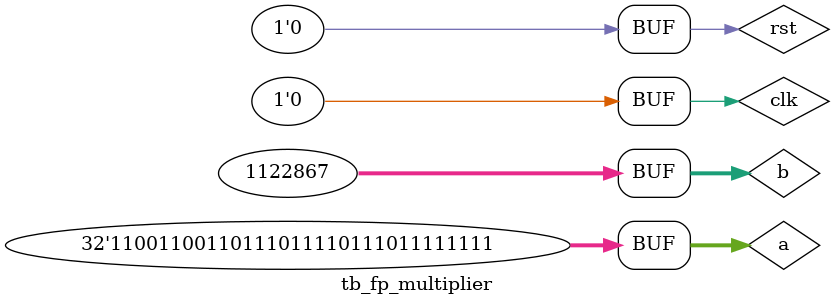
<source format=v>
`timescale 1ns / 100ps

module tb_fp_multiplier();

	// Inputs
	reg clk,rst;
	reg [31:0] a;
	reg [31:0] b;

	// Outputs
	wire [31:0] fprod;
	
	sp_fp_multiplier test_it(.clk(clk), .rst_n(rst), .op_a(a), .op_b(b), .product(fprod));
	
	initial begin
		clk = 0;
		rst = 0;
		#5 rst = 1;
		#10;
		// 0 * 0 = 0 (0x00000000)
		a = 32'h00000000; // 0
		b = 32'h00000000; // 0
		#5 clk = 1;
		#5 clk = 0;
		// 1 * 0 = 0 (0x00000000)
		a = 32'h3f800000; // 1
		b = 32'h00000000; // 0
		#5 clk = 1;
		#5 clk = 0;
		// 1 * -1 = -1 (0xbf800000)
		a = 32'h3f800000; // 1
		b = 32'hbf800000; // -1
		#5 clk = 1;
		#5 clk = 0;
		#5 clk = 1;
		#5 clk = 0;
		#5 clk = 1;
		#5 clk = 0;
		#10;
		#5 rst = 0;
		
		#5 rst = 1;
		// REALLY SMALL NUMBER TEST FOR UNDERFLOW
		// -1.17549435082e-38 * 1.17549435082e-38 = -0 (0x80000000)
		a = 32'h80800000; // -1.17549435082e-38
		b = 32'h00800000; // 1.17549435082e-38
		#5 clk = 1;
		#5 clk = 0;
		// 1.17549435082e-38 * 1.17549435082e-38 = 0 (0x00000000)
		a = 32'h00800000; // 1.17549435082e-38
		b = 32'h00800000; // 1.17549435082e-38
		#5 clk = 1;
		#5 clk = 0;
		#5 clk = 1;
		#5 clk = 0;
		#5 clk = 1;
		#5 clk = 0;
		#10;
		#5 rst = 0;
		
		#5 rst = 1;
		// REALLY BIG NUMBER TEST FOR OVERFLOW
		// -3.40282346639e+38 * 3.40282346639e+38 = -infinity (0xff800000)
		a = 32'hff7fffff; // -3.40282346639e+38
		b = 32'h7F7FFFFF; // 3.40282346639e+38
		#5 clk = 1;
		#5 clk = 0;
		// 3.40282346639e+38 * 3.40282346639e+38 = infinity (0x7f800000)
		a = 32'h7F7FFFFF; // 3.40282346639e+38
		b = 32'h7F7FFFFF; // 3.40282346639e+38
		#5 clk = 1;
		#5 clk = 0;
		#5 clk = 1;
		#5 clk = 0;
		#5 clk = 1;
		#5 clk = 0;
		#10;
		#5 rst = 0;
		
		#5 rst = 1;
		// Numbers from ROM 
		// - NaN * 1.57347180274e-39 = - NaN (ff800000)
		a = 32'hFFFFFFFF; 
		b = 32'h00112233; 
		#5 clk = 1; 
		#5 clk = 0;
		// 1.57347180274e-39 * 853.601013184 = 1.3431171E-36 (0x04f1f717)
		a = 32'h00112233; 
		b = 32'h44556677; 
       #5 clk = 1;
		#5 clk = 0;   
		// 853.601013184 * -9.24849108691e-34 = -7.8945214e-31 (0x8d80188f)
		a = 32'h44556677; 
		b = 32'h8899AABB; 
		#5 clk = 1;
		#5 clk = 0;
		// -9.24849108691e-34 * -116357112.0 = 1.0761277E-25 (0x160537d9)
		a = 32'h8899AABB; 
		b = 32'hCCDDEEFF; 
		#5 clk = 1;
		#5 clk = 0;										
		// -116357112.0 * 1.57347180274e-39 = -1.8308463E-31 (0x8d7ba408)
		a = 32'hCCDDEEFF; 
		b = 32'h00112233; 
		#5 clk = 1;
		#5 clk = 0;
		#5 clk = 1;
		#5 clk = 0;
		#5 clk = 1;
		#5 clk = 0;
		#5 clk = 1;
		#5 clk = 0;
		#5 clk = 1;
		#5 clk = 0;
		
		#5 rst = 0;
	end
endmodule
</source>
